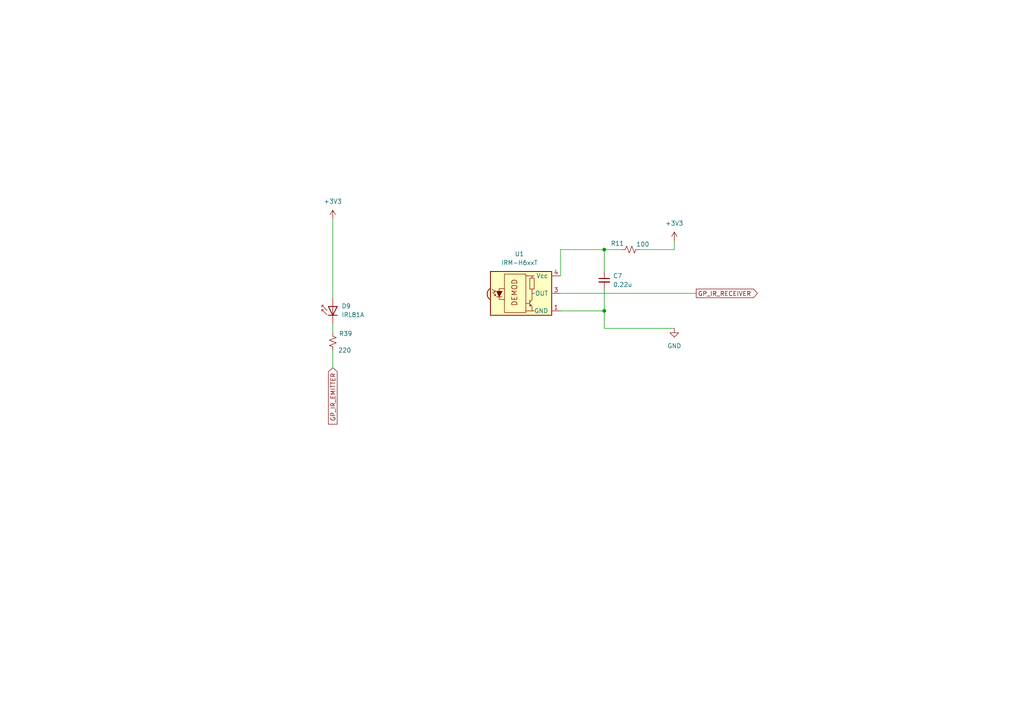
<source format=kicad_sch>
(kicad_sch (version 20250114) (generator "eeschema") (generator_version "9.0")
  (paper "A4")
  (lib_symbols
    (symbol "Device:C_Small" (pin_numbers (hide yes)) (pin_names (offset 0.254) (hide yes))
      (property "Reference" "C" (at 0.254 1.778 0))
      (property "Value" "C_Small" (at 0.254 -2.032 0))
      (symbol "C_Small_0_1"
        (polyline (pts (xy -1.524 0.508) (xy 1.524 0.508)) (stroke (width 0.3048)))
        (polyline (pts (xy -1.524 -0.508) (xy 1.524 -0.508)) (stroke (width 0.3302)))
      )
      (symbol "C_Small_1_1"
        (pin passive line (at 0 2.54 270) (length 2.032) (name "~") (number "1"))
        (pin passive line (at 0 -2.54 90) (length 2.032) (name "~") (number "2"))
      )
    )
    (symbol "Device:R_Small_US" (pin_numbers (hide yes)) (pin_names (offset 0.254) (hide yes))
      (property "Reference" "R" (at 0.762 0.508 0))
      (property "Value" "R_Small_US" (at 0.762 -1.016 0))
      (symbol "R_Small_US_1_1"
        (polyline (pts (xy 0 1.524) (xy 1.016 1.143) (xy 0 0.762) (xy -1.016 0.381) (xy 0 0)))
        (polyline (pts (xy 0 0) (xy 1.016 -0.381) (xy 0 -0.762) (xy -1.016 -1.143) (xy 0 -1.524)))
        (pin passive line (at 0 2.54 270) (length 1.016) (name "~") (number "1"))
        (pin passive line (at 0 -2.54 90) (length 1.016) (name "~") (number "2"))
      )
    )
    (symbol "Interface_Optical:IRM-H6xxT" (pin_names (offset 1.016))
      (property "Reference" "U" (at -10.16 7.62 0))
      (property "Value" "IRM-H6xxT" (at -10.16 -7.62 0))
      (symbol "IRM-H6xxT_0_0"
        (arc (start -10.287 -1.778) (mid -11.0899 -0.1905) (end -10.287 1.397) (stroke (width 0.254)) (fill (type background)))
        (polyline (pts (xy 1.905 5.08) (xy 0.127 5.08)))
        (polyline (pts (xy 1.905 -5.08) (xy 0.127 -5.08)))
        (text "DEMOD" (at -3.175 0.254 900) (effects (font (size 1.524 1.524))))
      )
      (symbol "IRM-H6xxT_0_1"
        (polyline (pts (xy -8.763 0.381) (xy -9.652 1.27)))
        (polyline (pts (xy -8.763 0.381) (xy -9.271 0.381)))
        (polyline (pts (xy -8.763 0.381) (xy -8.763 0.889)))
        (polyline (pts (xy -8.636 -0.635) (xy -9.525 0.254)))
        (polyline (pts (xy -8.636 -0.635) (xy -9.144 -0.635)))
        (polyline (pts (xy -8.636 -0.635) (xy -8.636 -0.127)))
        (polyline (pts (xy -8.382 0.635) (xy -6.731 0.635) (xy -7.62 -1.016) (xy -8.382 0.635)) (fill (type outline)))
        (polyline (pts (xy -8.382 -1.016) (xy -6.731 -1.016)))
        (rectangle (start -6.096 5.588) (end 0.127 -5.588))
        (polyline (pts (xy -6.096 1.397) (xy -7.62 1.397) (xy -7.62 -1.778) (xy -6.096 -1.778)))
        (polyline (pts (xy 1.27 -1.905) (xy 1.27 -3.81)))
        (polyline (pts (xy 1.27 -2.54) (xy 1.905 -1.905) (xy 1.905 0) (xy 2.54 0)))
        (polyline (pts (xy 1.27 -2.921) (xy 0.127 -2.921)))
        (polyline (pts (xy 1.27 -3.175) (xy 1.905 -3.81) (xy 1.905 -5.08) (xy 2.54 -5.08)))
        (polyline (pts (xy 1.397 -3.556) (xy 1.524 -3.556)))
        (polyline (pts (xy 1.651 -3.556) (xy 1.524 -3.556)))
        (polyline (pts (xy 1.651 -3.556) (xy 1.651 -3.302)))
        (polyline (pts (xy 1.905 4.445) (xy 1.905 5.08) (xy 2.54 5.08)))
        (polyline (pts (xy 1.905 0) (xy 1.905 1.27)))
        (rectangle (start 2.54 1.27) (end 1.27 4.445))
        (rectangle (start 7.62 6.35) (end -10.16 -6.35) (stroke (width 0.254)) (fill (type background)))
      )
      (symbol "IRM-H6xxT_1_1"
        (pin power_in line (at 10.16 5.08 180) (length 2.54) (name "Vcc") (number "4"))
        (pin output line (at 10.16 0 180) (length 2.54) (name "OUT") (number "3"))
        (pin power_in line (at 10.16 -5.08 180) (length 2.54) (name "GND") (number "1"))
        (pin passive line (at 10.16 -5.08 180) (length 2.54) (hide yes) (name "GND") (number "2"))
      )
    )
    (symbol "LED:IRL81A" (pin_numbers (hide yes)) (pin_names (offset 1.016) (hide yes))
      (property "Reference" "D" (at 0.508 1.778 0))
      (property "Value" "IRL81A" (at -1.016 -2.794 0))
      (symbol "IRL81A_0_1"
        (polyline (pts (xy -2.54 1.27) (xy -2.54 -1.27)) (stroke (width 0.254)))
        (polyline (pts (xy -2.54 0) (xy 0 0)))
        (polyline (pts (xy -2.413 1.651) (xy -0.889 3.175) (xy -0.889 2.667) (xy -0.889 3.175) (xy -1.397 3.175)))
        (polyline (pts (xy -1.143 1.651) (xy 0.381 3.175) (xy 0.381 2.667)))
        (polyline (pts (xy 0 -1.27) (xy 0 1.27) (xy -2.54 0) (xy 0 -1.27)) (stroke (width 0.254)))
        (polyline (pts (xy 0.381 3.175) (xy -0.127 3.175)))
      )
      (symbol "IRL81A_1_1"
        (pin passive line (at -5.08 0 0) (length 2.54) (name "K") (number "1"))
        (pin passive line (at 2.54 0 180) (length 2.54) (name "A") (number "2"))
      )
    )
    (symbol "power:+3V3" (power) (pin_numbers (hide yes)) (pin_names (offset 0) (hide yes))
      (property "Value" "+3V3" (at 0 3.556 0))
      (symbol "+3V3_0_1"
        (polyline (pts (xy -0.762 1.27) (xy 0 2.54)))
        (polyline (pts (xy 0 2.54) (xy 0.762 1.27)))
        (polyline (pts (xy 0 0) (xy 0 2.54)))
      )
      (symbol "+3V3_1_1"
        (pin power_in line (at 0 0 90) (length 0) (name "~") (number "1"))
      )
    )
    (symbol "power:GND" (power) (pin_numbers (hide yes)) (pin_names (offset 0) (hide yes))
      (property "Value" "GND" (at 0 -3.81 0))
      (symbol "GND_0_1"
        (polyline (pts (xy 0 0) (xy 0 -1.27) (xy 1.27 -1.27) (xy 0 -2.54) (xy -1.27 -1.27) (xy 0 -1.27)))
      )
      (symbol "GND_1_1"
        (pin power_in line (at 0 0 270) (length 0) (name "~") (number "1"))
      )
    )
  )
  (junction (at 175.26 90.17))
  (junction (at 175.26 72.39))
  (wire (pts (xy 195.58 69.85) (xy 195.58 72.39)))
  (wire (pts (xy 175.26 83.82) (xy 175.26 90.17)))
  (wire (pts (xy 175.26 90.17) (xy 175.26 95.25)))
  (wire (pts (xy 175.26 72.39) (xy 180.34 72.39)))
  (wire (pts (xy 96.52 63.5) (xy 96.52 86.36)))
  (wire (pts (xy 175.26 95.25) (xy 195.58 95.25)))
  (wire (pts (xy 96.52 101.6) (xy 96.52 106.68)))
  (wire (pts (xy 162.56 90.17) (xy 175.26 90.17)))
  (wire (pts (xy 96.52 93.98) (xy 96.52 96.52)))
  (wire (pts (xy 162.56 72.39) (xy 175.26 72.39)))
  (wire (pts (xy 162.56 85.09) (xy 201.93 85.09)))
  (wire (pts (xy 162.56 80.01) (xy 162.56 72.39)))
  (wire (pts (xy 175.26 72.39) (xy 175.26 78.74)))
  (wire (pts (xy 185.42 72.39) (xy 195.58 72.39)))
  (global_label "GP_IR_RECEIVER" (shape output) (at 201.93 85.09 0) (property "Intersheetrefs" "${INTERSHEET_REFS}" (effects (hide yes))))
  (global_label "GP_IR_EMITTER" (shape input) (at 96.52 106.68 270) (property "Intersheetrefs" "${INTERSHEET_REFS}" (effects (hide yes))))
  (symbol (lib_id "power:GND") (at 195.58 95.25 0) (unit 1)
    (property "Reference" "#PWR062" (effects (hide yes)))
    (property "Value" "GND" (at 195.58 100.33 0))
    (property "Description" "Power symbol creates a global label with name \"GND\" , ground" (effects (hide yes)))
  )
  (symbol (lib_id "power:+3V3") (at 96.52 63.5 0) (unit 1)
    (property "Reference" "#PWR063" (effects (hide yes)))
    (property "Value" "+3V3" (at 96.52 58.42 0))
    (property "Description" "Power symbol creates a global label with name \"+3V3\"" (effects (hide yes)))
  )
  (symbol (lib_id "Device:C_Small") (at 175.26 81.28 0) (unit 1)
    (property "Reference" "C7" (at 177.8 80.0162 0) (effects (justify left)))
    (property "Value" "0.22u" (at 177.8 82.5562 0) (effects (justify left)))
    (property "Footprint" "Capacitor_SMD:C_0402_1005Metric" (effects (hide yes)))
    (property "Datasheet" "https://www.digikey.com.br/pt/products/detail/samsung-electro-mechanics/CL05B223KP5NNNC/3887196" (effects (hide yes)))
    (property "Description" "Unpolarized capacitor, small symbol" (effects (hide yes)))
  )
  (symbol (lib_id "Interface_Optical:IRM-H6xxT") (at 152.4 85.09 0) (unit 1)
    (property "Reference" "U1" (at 150.665 73.66 0))
    (property "Value" "IRM-H6xxT" (at 150.665 76.2 0))
    (property "Footprint" "OptoDevice:Everlight_IRM-H6xxT" (effects (hide yes)))
    (property "Datasheet" "https://www.digikey.com.br/pt/products/detail/vishay-semiconductor-opto-division/VSOP38338/2799071" (effects (hide yes)))
    (property "Description" "IR Receiver Modules for remote controls" (effects (hide yes)))
  )
  (symbol (lib_id "power:+3V3") (at 195.58 69.85 0) (unit 1)
    (property "Reference" "#PWR074" (effects (hide yes)))
    (property "Value" "+3V3" (at 195.58 64.77 0))
    (property "Description" "Power symbol creates a global label with name \"+3V3\"" (effects (hide yes)))
  )
  (symbol (lib_id "Device:R_Small_US") (at 96.52 99.06 0) (unit 1)
    (property "Reference" "R39" (at 98.298 96.774 0) (effects (justify left)))
    (property "Value" "220" (at 98.044 101.6 0) (effects (justify left)))
    (property "Datasheet" "https://www.digikey.com.br/pt/products/detail/panasonic-electronic-components/ERJ-3RQJR22V/308030" (effects (hide yes)))
    (property "Description" "Resistor, small US symbol" (effects (hide yes)))
  )
  (symbol (lib_id "LED:IRL81A") (at 96.52 88.9 90) (unit 1)
    (property "Reference" "D9" (at 99.06 88.7729 90) (effects (justify right)))
    (property "Value" "IRL81A" (at 99.06 91.3129 90) (effects (justify right)))
    (property "Footprint" "LED_THT:LED_SideEmitter_Rectangular_W4.5mm_H1.6mm" (effects (hide yes)))
    (property "Datasheet" "https://www.digikey.com.br/pt/products/detail/harvatek-corporation/B13V1IR-20C000114U1930/13574162" (effects (hide yes)))
    (property "Description" "850nm High Power Infrared Emitter, Side-Emitter package" (effects (hide yes)))
  )
  (symbol (lib_id "Device:R_Small_US") (at 182.88 72.39 90) (unit 1)
    (property "Reference" "R11" (at 179.07 70.612 90))
    (property "Value" "100" (at 186.436 70.866 90))
    (property "Footprint" "Resistor_SMD:R_0402_1005Metric" (effects (hide yes)))
    (property "Datasheet" "https://www.digikey.com.br/pt/products/detail/yageo/RC0402FR-07100RL/726527" (effects (hide yes)))
    (property "Description" "Resistor, small US symbol" (effects (hide yes)))
  )
)
</source>
